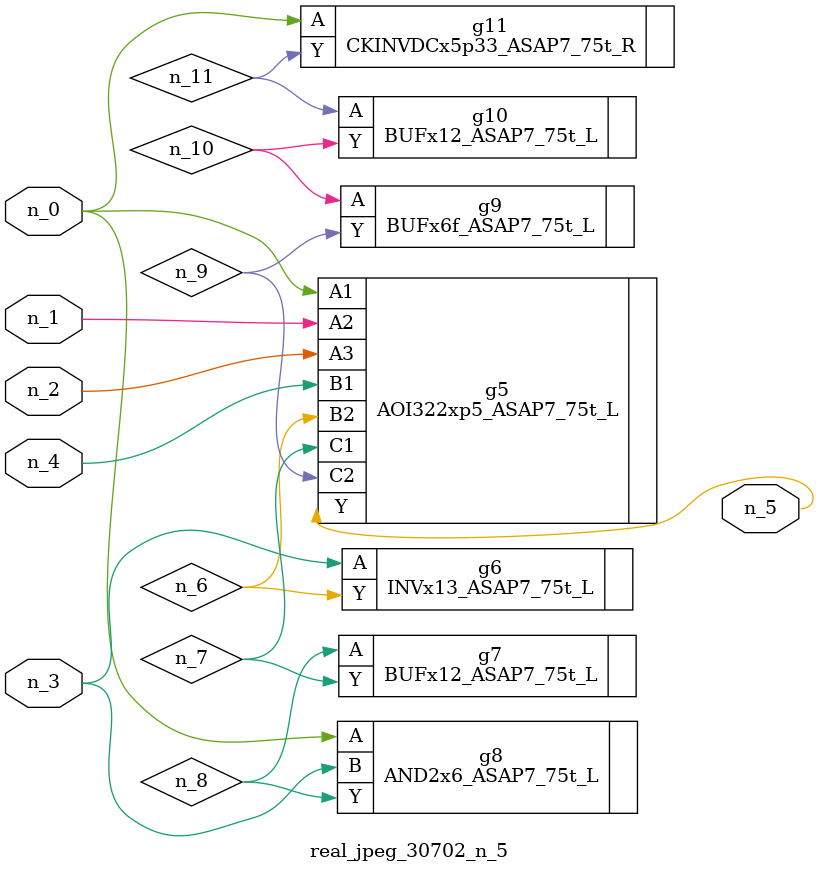
<source format=v>
module real_jpeg_30702_n_5 (n_4, n_0, n_1, n_2, n_3, n_5);

input n_4;
input n_0;
input n_1;
input n_2;
input n_3;

output n_5;

wire n_8;
wire n_11;
wire n_6;
wire n_7;
wire n_10;
wire n_9;

AOI322xp5_ASAP7_75t_L g5 ( 
.A1(n_0),
.A2(n_1),
.A3(n_2),
.B1(n_4),
.B2(n_6),
.C1(n_7),
.C2(n_9),
.Y(n_5)
);

AND2x6_ASAP7_75t_L g8 ( 
.A(n_0),
.B(n_3),
.Y(n_8)
);

CKINVDCx5p33_ASAP7_75t_R g11 ( 
.A(n_0),
.Y(n_11)
);

INVx13_ASAP7_75t_L g6 ( 
.A(n_3),
.Y(n_6)
);

BUFx12_ASAP7_75t_L g7 ( 
.A(n_8),
.Y(n_7)
);

BUFx6f_ASAP7_75t_L g9 ( 
.A(n_10),
.Y(n_9)
);

BUFx12_ASAP7_75t_L g10 ( 
.A(n_11),
.Y(n_10)
);


endmodule
</source>
